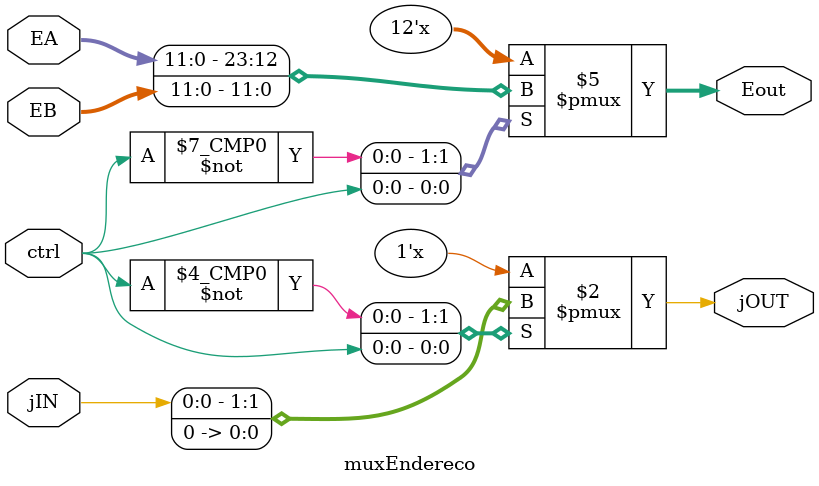
<source format=v>
module muxEndereco (ctrl, jIN, EA,EB, jOUT, Eout);
	input ctrl, jIN;
	input [11:0] EA, EB;
	output reg jOUT;
	output reg [11:0] Eout;
	
	always @(*) begin
		case (ctrl)
			1'b0: begin Eout = EA;	
							jOUT = jIN;
					end
			1'b1: begin Eout = EB;
							jOUT = 0;
					end
		endcase
	end
endmodule
</source>
